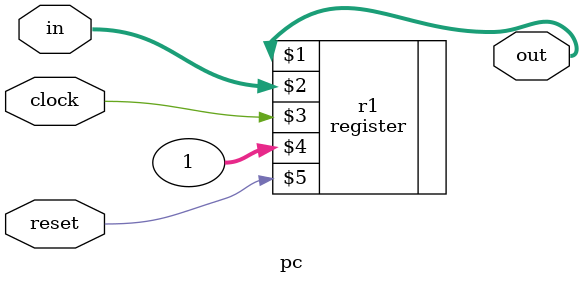
<source format=v>
module pc(clock, reset, in, out);
	input clock,reset;
	input [11:0]in;
	output [11:0]out;
	
	//register(Q, D, clk, en, clr);
	register r1(out,in,clock,1,reset);

endmodule 
</source>
